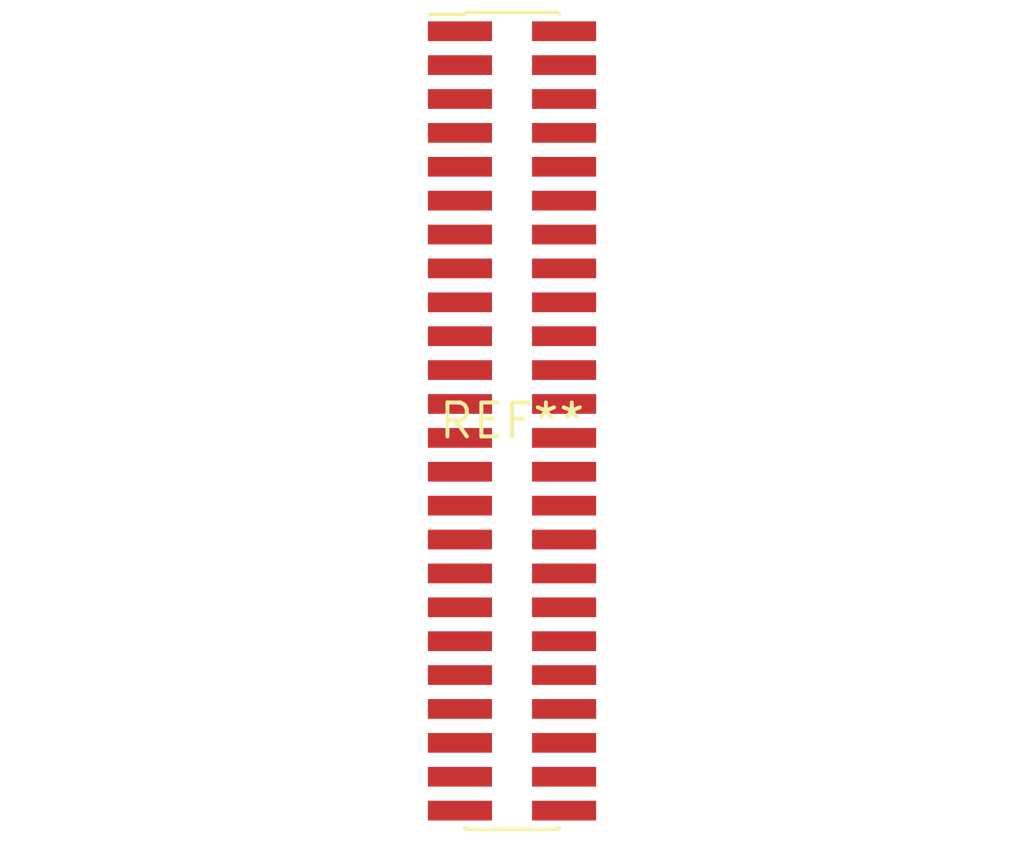
<source format=kicad_pcb>
(kicad_pcb (version 20240108) (generator pcbnew)
  (layers (0 "F.Cu" signal) (31 "B.Cu" signal) (34 "B.Paste" user) (35 "F.Paste" user) (36 "B.SilkS" user "B.Silkscreen") (37 "F.SilkS" user "F.Silkscreen") (38 "B.Mask" user) (39 "F.Mask" user) (44 "Edge.Cuts" user))
  (net 0 "")
  (footprint "PinHeader_2x24_P1.27mm_Vertical_SMD" (layer "F.Cu") (at 0 0)
    (property "Reference" "REF**")
    (property "Value" "PinHeader_2x24_P1.27mm_Vertical_SMD")
    (fp_line (start -3.09 -15.235) (end -1.765 -15.235) (layer "F.SilkS") (stroke (width 0.12)))
    (fp_line (start -1.765 -15.3) (end -1.765 -15.235) (layer "F.SilkS") (stroke (width 0.12)))
    (fp_line (start -1.765 -15.3) (end 1.765 -15.3) (layer "F.SilkS") (stroke (width 0.12)))
    (fp_line (start -1.765 15.235) (end -1.765 15.3) (layer "F.SilkS") (stroke (width 0.12)))
    (fp_line (start -1.765 15.3) (end 1.765 15.3) (layer "F.SilkS") (stroke (width 0.12)))
    (fp_line (start 1.765 -15.3) (end 1.765 -15.235) (layer "F.SilkS") (stroke (width 0.12)))
    (fp_line (start 1.765 15.235) (end 1.765 15.3) (layer "F.SilkS") (stroke (width 0.12)))
    (pad "1" smd rect (at -1.95 -14.605) (size 2.4 0.74) (layers "F.Cu" "F.Paste" "F.Mask"))
    (pad "2" smd rect (at 1.95 -14.605) (size 2.4 0.74) (layers "F.Cu" "F.Paste" "F.Mask"))
    (pad "3" smd rect (at -1.95 -13.335) (size 2.4 0.74) (layers "F.Cu" "F.Paste" "F.Mask"))
    (pad "4" smd rect (at 1.95 -13.335) (size 2.4 0.74) (layers "F.Cu" "F.Paste" "F.Mask"))
    (pad "5" smd rect (at -1.95 -12.065) (size 2.4 0.74) (layers "F.Cu" "F.Paste" "F.Mask"))
    (pad "6" smd rect (at 1.95 -12.065) (size 2.4 0.74) (layers "F.Cu" "F.Paste" "F.Mask"))
    (pad "7" smd rect (at -1.95 -10.795) (size 2.4 0.74) (layers "F.Cu" "F.Paste" "F.Mask"))
    (pad "8" smd rect (at 1.95 -10.795) (size 2.4 0.74) (layers "F.Cu" "F.Paste" "F.Mask"))
    (pad "9" smd rect (at -1.95 -9.525) (size 2.4 0.74) (layers "F.Cu" "F.Paste" "F.Mask"))
    (pad "10" smd rect (at 1.95 -9.525) (size 2.4 0.74) (layers "F.Cu" "F.Paste" "F.Mask"))
    (pad "11" smd rect (at -1.95 -8.255) (size 2.4 0.74) (layers "F.Cu" "F.Paste" "F.Mask"))
    (pad "12" smd rect (at 1.95 -8.255) (size 2.4 0.74) (layers "F.Cu" "F.Paste" "F.Mask"))
    (pad "13" smd rect (at -1.95 -6.985) (size 2.4 0.74) (layers "F.Cu" "F.Paste" "F.Mask"))
    (pad "14" smd rect (at 1.95 -6.985) (size 2.4 0.74) (layers "F.Cu" "F.Paste" "F.Mask"))
    (pad "15" smd rect (at -1.95 -5.715) (size 2.4 0.74) (layers "F.Cu" "F.Paste" "F.Mask"))
    (pad "16" smd rect (at 1.95 -5.715) (size 2.4 0.74) (layers "F.Cu" "F.Paste" "F.Mask"))
    (pad "17" smd rect (at -1.95 -4.445) (size 2.4 0.74) (layers "F.Cu" "F.Paste" "F.Mask"))
    (pad "18" smd rect (at 1.95 -4.445) (size 2.4 0.74) (layers "F.Cu" "F.Paste" "F.Mask"))
    (pad "19" smd rect (at -1.95 -3.175) (size 2.4 0.74) (layers "F.Cu" "F.Paste" "F.Mask"))
    (pad "20" smd rect (at 1.95 -3.175) (size 2.4 0.74) (layers "F.Cu" "F.Paste" "F.Mask"))
    (pad "21" smd rect (at -1.95 -1.905) (size 2.4 0.74) (layers "F.Cu" "F.Paste" "F.Mask"))
    (pad "22" smd rect (at 1.95 -1.905) (size 2.4 0.74) (layers "F.Cu" "F.Paste" "F.Mask"))
    (pad "23" smd rect (at -1.95 -0.635) (size 2.4 0.74) (layers "F.Cu" "F.Paste" "F.Mask"))
    (pad "24" smd rect (at 1.95 -0.635) (size 2.4 0.74) (layers "F.Cu" "F.Paste" "F.Mask"))
    (pad "25" smd rect (at -1.95 0.635) (size 2.4 0.74) (layers "F.Cu" "F.Paste" "F.Mask"))
    (pad "26" smd rect (at 1.95 0.635) (size 2.4 0.74) (layers "F.Cu" "F.Paste" "F.Mask"))
    (pad "27" smd rect (at -1.95 1.905) (size 2.4 0.74) (layers "F.Cu" "F.Paste" "F.Mask"))
    (pad "28" smd rect (at 1.95 1.905) (size 2.4 0.74) (layers "F.Cu" "F.Paste" "F.Mask"))
    (pad "29" smd rect (at -1.95 3.175) (size 2.4 0.74) (layers "F.Cu" "F.Paste" "F.Mask"))
    (pad "30" smd rect (at 1.95 3.175) (size 2.4 0.74) (layers "F.Cu" "F.Paste" "F.Mask"))
    (pad "31" smd rect (at -1.95 4.445) (size 2.4 0.74) (layers "F.Cu" "F.Paste" "F.Mask"))
    (pad "32" smd rect (at 1.95 4.445) (size 2.4 0.74) (layers "F.Cu" "F.Paste" "F.Mask"))
    (pad "33" smd rect (at -1.95 5.715) (size 2.4 0.74) (layers "F.Cu" "F.Paste" "F.Mask"))
    (pad "34" smd rect (at 1.95 5.715) (size 2.4 0.74) (layers "F.Cu" "F.Paste" "F.Mask"))
    (pad "35" smd rect (at -1.95 6.985) (size 2.4 0.74) (layers "F.Cu" "F.Paste" "F.Mask"))
    (pad "36" smd rect (at 1.95 6.985) (size 2.4 0.74) (layers "F.Cu" "F.Paste" "F.Mask"))
    (pad "37" smd rect (at -1.95 8.255) (size 2.4 0.74) (layers "F.Cu" "F.Paste" "F.Mask"))
    (pad "38" smd rect (at 1.95 8.255) (size 2.4 0.74) (layers "F.Cu" "F.Paste" "F.Mask"))
    (pad "39" smd rect (at -1.95 9.525) (size 2.4 0.74) (layers "F.Cu" "F.Paste" "F.Mask"))
    (pad "40" smd rect (at 1.95 9.525) (size 2.4 0.74) (layers "F.Cu" "F.Paste" "F.Mask"))
    (pad "41" smd rect (at -1.95 10.795) (size 2.4 0.74) (layers "F.Cu" "F.Paste" "F.Mask"))
    (pad "42" smd rect (at 1.95 10.795) (size 2.4 0.74) (layers "F.Cu" "F.Paste" "F.Mask"))
    (pad "43" smd rect (at -1.95 12.065) (size 2.4 0.74) (layers "F.Cu" "F.Paste" "F.Mask"))
    (pad "44" smd rect (at 1.95 12.065) (size 2.4 0.74) (layers "F.Cu" "F.Paste" "F.Mask"))
    (pad "45" smd rect (at -1.95 13.335) (size 2.4 0.74) (layers "F.Cu" "F.Paste" "F.Mask"))
    (pad "46" smd rect (at 1.95 13.335) (size 2.4 0.74) (layers "F.Cu" "F.Paste" "F.Mask"))
    (pad "47" smd rect (at -1.95 14.605) (size 2.4 0.74) (layers "F.Cu" "F.Paste" "F.Mask"))
    (pad "48" smd rect (at 1.95 14.605) (size 2.4 0.74) (layers "F.Cu" "F.Paste" "F.Mask"))
  )
)
</source>
